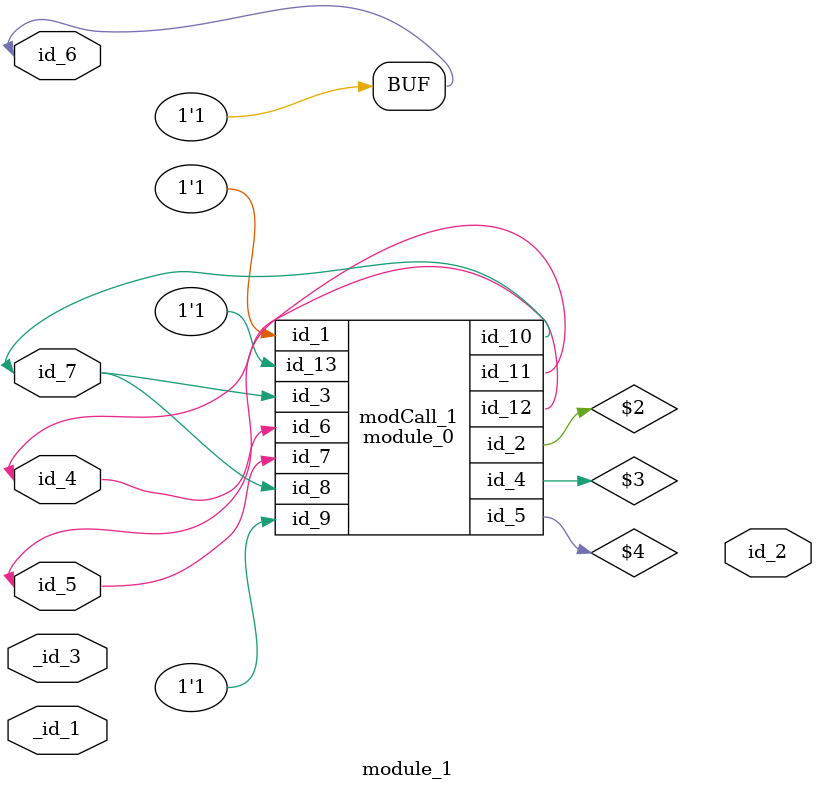
<source format=v>
module module_0 (
    id_1,
    id_2,
    id_3,
    id_4,
    id_5,
    id_6,
    id_7,
    id_8,
    id_9,
    id_10,
    id_11,
    id_12,
    id_13
);
  input wire id_13;
  output wire id_12;
  output wire id_11;
  output wand id_10;
  input wire id_9;
  input wire id_8;
  input wire id_7;
  input wire id_6;
  output wire id_5;
  inout wire id_4;
  input wire id_3;
  inout wire id_2;
  input wire id_1;
  assign id_10 = 1'h0;
  assign id_10 = (-1);
  assign id_11 = id_4;
  wire id_14, id_15, id_16, id_17;
  wire id_18;
  wire id_19;
endmodule
module module_1 #(
    parameter id_1 = 32'd14,
    parameter id_3 = 32'd85
) (
    _id_1,
    id_2,
    _id_3,
    id_4,
    id_5,
    id_6,
    id_7
);
  inout wire id_7;
  module_0 modCall_1 (
      id_6,
      id_6,
      id_7,
      id_6,
      id_6,
      id_4,
      id_5,
      id_7,
      id_6,
      id_7,
      id_5,
      id_4,
      id_6
  );
  inout wor id_6;
  inout wire id_5;
  inout wire id_4;
  input wire _id_3;
  output wire id_2;
  inout wire _id_1;
  wire [id_3 : id_1] id_8;
  assign id_6 = 1;
endmodule

</source>
